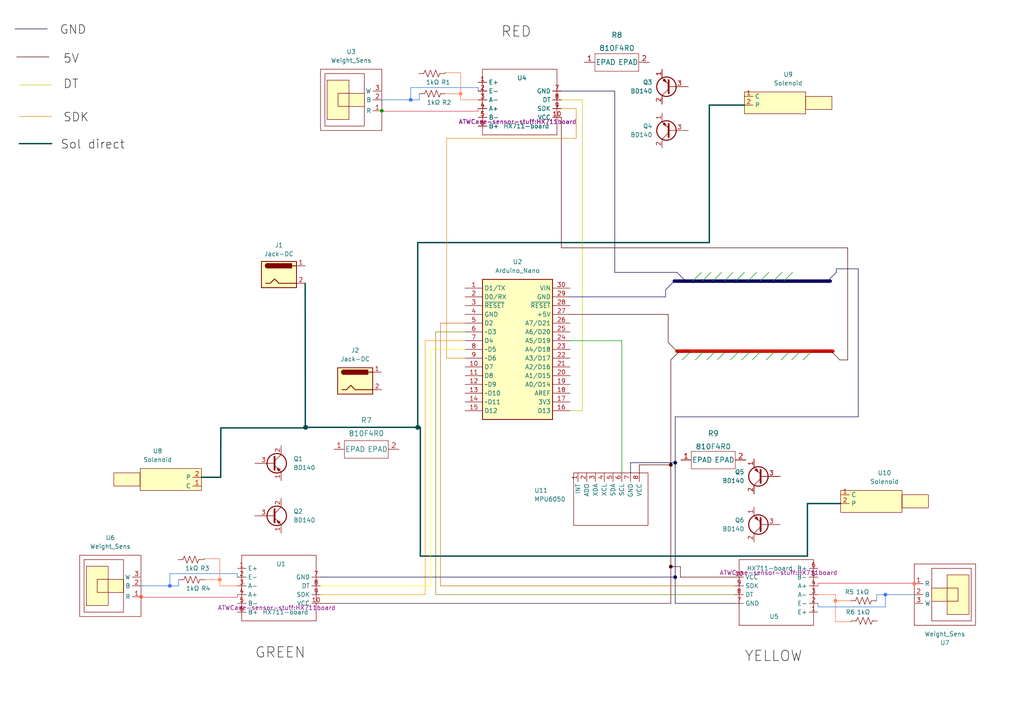
<source format=kicad_sch>
(kicad_sch (version 20211123) (generator eeschema)
  (paper "A4")
  (title_block (date "jeu. 02 avril 2015"))
  (lib_symbols
    (symbol "2022-04-19_17-41-38:810F4R0" (pin_names (offset 0.254))
      (property "Reference" "R" (at 13.97 11.43 0))
      (property "Value" "810F4R0" (at 15.24 7.62 0))
      (symbol "810F4R0_1_1"
        (polyline (pts (xy 7.62 -2.54) (xy 20.32 -2.54)) (stroke (width 0.127)))
        (polyline (pts (xy 7.62 2.54) (xy 7.62 -2.54)) (stroke (width 0.127)))
        (polyline (pts (xy 20.32 -2.54) (xy 20.32 2.54)) (stroke (width 0.127)))
        (polyline (pts (xy 20.32 2.54) (xy 7.62 2.54)) (stroke (width 0.127)))
        (pin unspecified line (at 4.572 0.0508 0) (length 3) (name "EPAD") (number "1"))
        (pin unspecified line (at 23.4188 0.0508 180) (length 3) (name "EPAD") (number "2"))
      )
    )
    (symbol "ATWSensors+stuff:HX711-board"
      (property "Reference" "U" (at -1.27 5.08 0))
      (property "Value" "HX711-board" (at 0 13.97 0))
      (symbol "HX711-board_0_1"
        (rectangle (start -11.43 16.51) (end 10.16 -2.54))
      )
      (symbol "HX711-board_1_1"
        (pin passive line (at -12.7 12.7 0) (length 2.54) (name "E+") (number "1"))
        (pin passive line (at 11.43 2.54 180) (length 2.54) (name "VCC") (number "10"))
        (pin passive line (at -12.7 10.16 0) (length 2.54) (name "E-") (number "2"))
        (pin passive line (at -12.7 7.62 0) (length 2.54) (name "A-") (number "3"))
        (pin passive line (at -12.7 5.08 0) (length 2.54) (name "A+") (number "4"))
        (pin passive line (at -12.7 2.54 0) (length 2.54) (name "B-") (number "5"))
        (pin passive line (at -12.7 0 0) (length 2.54) (name "B+") (number "6"))
        (pin passive line (at 11.43 10.16 180) (length 2.54) (name "GND") (number "7"))
        (pin passive line (at 11.43 7.62 180) (length 2.54) (name "DT") (number "8"))
        (pin passive line (at 11.43 5.08 180) (length 2.54) (name "SDK") (number "9"))
      )
    )
    (symbol "ATWSensors+stuff:MPU6050"
      (property "Reference" "U" (at 11.43 3.81 0))
      (property "Value" "MPU6050" (at 11.43 12.7 90))
      (symbol "MPU6050_0_1"
        (rectangle (start 0 21.59) (end 15.24 0))
      )
      (symbol "MPU6050_1_1"
        (pin passive line (at 0 1.27 0) (length 2.54) (name "INT") (number "1"))
        (pin passive line (at 0 3.81 0) (length 2.54) (name "ADO") (number "2"))
        (pin passive line (at 0 6.35 0) (length 2.54) (name "XDA") (number "3"))
        (pin passive line (at 0 8.89 0) (length 2.54) (name "XCL") (number "4"))
        (pin passive line (at 0 11.43 0) (length 2.54) (name "SDA") (number "5"))
        (pin passive line (at 0 13.97 0) (length 2.54) (name "SCL") (number "6"))
        (pin passive line (at 0 16.51 0) (length 2.54) (name "GND") (number "7"))
        (pin passive line (at 0 19.05 0) (length 2.54) (name "VCC") (number "8"))
      )
    )
    (symbol "ATWSensors+stuff:Solenoid"
      (property "Reference" "U" (at -2.54 7.62 0))
      (property "Value" "Solenoid" (at -8.89 7.62 0))
      (symbol "Solenoid_0_1"
        (rectangle (start -17.78 10.16) (end 0 3.81) (fill (type background)))
        (rectangle (start 0 8.89) (end 7.62 5.08) (fill (type background)))
      )
      (symbol "Solenoid_1_1"
        (pin passive line (at -17.78 8.89 0) (length 2.54) (name "C") (number "1"))
        (pin passive line (at -17.78 6.35 0) (length 2.54) (name "P") (number "2"))
      )
    )
    (symbol "ATWSensors+stuff:Weight_Sens"
      (property "Reference" "U" (at 21.59 16.51 0))
      (property "Value" "Weight_Sens" (at 11.43 8.89 0))
      (symbol "Weight_Sens_0_1"
        (rectangle (start 0 17.78) (end 17.78 0))
        (rectangle (start 5.08 10.795) (end 12.7 6.985) (fill (type background)))
        (rectangle (start 5.08 16.51) (end 16.51 1.27))
        (rectangle (start 9.525 14.605) (end 15.875 3.175) (fill (type background)))
      )
      (symbol "Weight_Sens_1_1"
        (pin passive line (at 0 12.065 0) (length 2.54) (name "R") (number "1"))
        (pin passive line (at 0 8.89 0) (length 2.54) (name "B") (number "2"))
        (pin passive line (at 0 6.35 0) (length 2.54) (name "W") (number "3"))
      )
    )
    (symbol "Arduino:Arduino_Nano"
      (property "Reference" "U" (at -10.16 24.13 0))
      (property "Value" "Arduino_Nano" (at -10.16 22.86 0))
      (symbol "Arduino_Nano_0_1"
        (rectangle (start -10.16 20.32) (end 10.16 -20.32) (stroke (width 0.254)) (fill (type background)))
      )
      (symbol "Arduino_Nano_1_1"
        (pin bidirectional line (at -15.24 17.78 0) (length 5.08) (name "D1/TX") (number "1"))
        (pin bidirectional line (at -15.24 -5.08 0) (length 5.08) (name "D7") (number "10"))
        (pin bidirectional line (at -15.24 -7.62 0) (length 5.08) (name "D8") (number "11"))
        (pin bidirectional line (at -15.24 -10.16 0) (length 5.08) (name "~D9") (number "12"))
        (pin bidirectional line (at -15.24 -12.7 0) (length 5.08) (name "~D10") (number "13"))
        (pin bidirectional line (at -15.24 -15.24 0) (length 5.08) (name "~D11") (number "14"))
        (pin bidirectional line (at -15.24 -17.78 0) (length 5.08) (name "D12") (number "15"))
        (pin bidirectional line (at 15.24 -17.78 180) (length 5.08) (name "D13") (number "16"))
        (pin power_out line (at 15.24 -15.24 180) (length 5.08) (name "3V3") (number "17"))
        (pin input line (at 15.24 -12.7 180) (length 5.08) (name "AREF") (number "18"))
        (pin bidirectional line (at 15.24 -10.16 180) (length 5.08) (name "A0/D14") (number "19"))
        (pin bidirectional line (at -15.24 15.24 0) (length 5.08) (name "D0/RX") (number "2"))
        (pin bidirectional line (at 15.24 -7.62 180) (length 5.08) (name "A1/D15") (number "20"))
        (pin bidirectional line (at 15.24 -5.08 180) (length 5.08) (name "A2/D16") (number "21"))
        (pin bidirectional line (at 15.24 -2.54 180) (length 5.08) (name "A3/D17") (number "22"))
        (pin bidirectional line (at 15.24 0 180) (length 5.08) (name "A4/D18") (number "23"))
        (pin bidirectional line (at 15.24 2.54 180) (length 5.08) (name "A5/D19") (number "24"))
        (pin bidirectional line (at 15.24 5.08 180) (length 5.08) (name "A6/D20") (number "25"))
        (pin bidirectional line (at 15.24 7.62 180) (length 5.08) (name "A7/D21") (number "26"))
        (pin power_out line (at 15.24 10.16 180) (length 5.08) (name "+5V") (number "27"))
        (pin input line (at 15.24 12.7 180) (length 5.08) (name "~{RESET}") (number "28"))
        (pin power_in line (at 15.24 15.24 180) (length 5.08) (name "GND") (number "29"))
        (pin input line (at -15.24 12.7 0) (length 5.08) (name "~{RESET}") (number "3"))
        (pin power_in line (at 15.24 17.78 180) (length 5.08) (name "VIN") (number "30"))
        (pin power_in line (at -15.24 10.16 0) (length 5.08) (name "GND") (number "4"))
        (pin bidirectional line (at -15.24 7.62 0) (length 5.08) (name "D2") (number "5"))
        (pin bidirectional line (at -15.24 5.08 0) (length 5.08) (name "~D3") (number "6"))
        (pin bidirectional line (at -15.24 2.54 0) (length 5.08) (name "D4") (number "7"))
        (pin bidirectional line (at -15.24 0 0) (length 5.08) (name "~D5") (number "8"))
        (pin bidirectional line (at -15.24 -2.54 0) (length 5.08) (name "~D6") (number "9"))
      )
    )
    (symbol "Connector:Jack-DC" (pin_names (offset 1.016))
      (property "Reference" "J" (at 0 5.334 0))
      (property "Value" "Jack-DC" (at 0 -5.08 0))
      (symbol "Jack-DC_0_1"
        (rectangle (start -5.08 3.81) (end 5.08 -3.81) (stroke (width 0.254)) (fill (type background)))
        (arc (start -3.302 3.175) (mid -3.937 2.54) (end -3.302 1.905) (stroke (width 0.254)))
        (arc (start -3.302 3.175) (mid -3.937 2.54) (end -3.302 1.905) (stroke (width 0.254)) (fill (type outline)))
        (polyline (pts (xy 5.08 2.54) (xy 3.81 2.54)) (stroke (width 0.254)))
        (polyline (pts (xy -3.81 -2.54) (xy -2.54 -2.54) (xy -1.27 -1.27) (xy 0 -2.54) (xy 2.54 -2.54) (xy 5.08 -2.54)) (stroke (width 0.254)))
        (rectangle (start 3.683 3.175) (end -3.302 1.905) (stroke (width 0.254)) (fill (type outline)))
      )
      (symbol "Jack-DC_1_1"
        (pin passive line (at 7.62 2.54 180) (length 2.54) (name "~") (number "1"))
        (pin passive line (at 7.62 -2.54 180) (length 2.54) (name "~") (number "2"))
      )
    )
    (symbol "Device:R_US" (pin_numbers hide) (pin_names (offset 0))
      (property "Reference" "R" (at 2.54 0 90))
      (property "Value" "R_US" (at -2.54 0 90))
      (symbol "R_US_0_1"
        (polyline (pts (xy 0 -2.286) (xy 0 -2.54)))
        (polyline (pts (xy 0 2.286) (xy 0 2.54)))
        (polyline (pts (xy 0 -0.762) (xy 1.016 -1.143) (xy 0 -1.524) (xy -1.016 -1.905) (xy 0 -2.286)))
        (polyline (pts (xy 0 0.762) (xy 1.016 0.381) (xy 0 0) (xy -1.016 -0.381) (xy 0 -0.762)))
        (polyline (pts (xy 0 2.286) (xy 1.016 1.905) (xy 0 1.524) (xy -1.016 1.143) (xy 0 0.762)))
      )
      (symbol "R_US_1_1"
        (pin passive line (at 0 3.81 270) (length 1.27) (name "~") (number "1"))
        (pin passive line (at 0 -3.81 90) (length 1.27) (name "~") (number "2"))
      )
    )
    (symbol "HX711-board_1"
      (property "Reference" "U" (at -1.27 5.08 0))
      (property "Value" "HX711-board_1" (at 0 13.97 0))
      (symbol "HX711-board_1_0_1"
        (rectangle (start -11.43 16.51) (end 10.16 -2.54))
      )
      (symbol "HX711-board_1_1_1"
        (pin passive line (at -12.7 12.7 0) (length 2.54) (name "E+") (number "1"))
        (pin bidirectional line (at 11.43 2.54 180) (length 2.54) (name "VCC") (number "10"))
        (pin passive line (at -12.7 10.16 0) (length 2.54) (name "E-") (number "2"))
        (pin bidirectional line (at -12.7 7.62 0) (length 2.54) (name "A-") (number "3"))
        (pin passive line (at -12.7 5.08 0) (length 2.54) (name "A+") (number "4"))
        (pin passive line (at -12.7 2.54 0) (length 2.54) (name "B-") (number "5"))
        (pin passive line (at -12.7 0 0) (length 2.54) (name "B+") (number "6"))
        (pin bidirectional line (at 11.43 10.16 180) (length 2.54) (name "GND") (number "7"))
        (pin passive line (at 11.43 7.62 180) (length 2.54) (name "DT") (number "8"))
        (pin passive line (at 11.43 5.08 180) (length 2.54) (name "SDK") (number "9"))
      )
    )
    (symbol "HX711-board_2"
      (property "Reference" "U" (at -1.27 5.08 0))
      (property "Value" "HX711-board_2" (at 0 13.97 0))
      (symbol "HX711-board_2_0_1"
        (rectangle (start -11.43 16.51) (end 10.16 -2.54))
      )
      (symbol "HX711-board_2_1_1"
        (pin passive line (at -12.7 12.7 0) (length 2.54) (name "E+") (number "1"))
        (pin passive line (at 11.43 2.54 180) (length 2.54) (name "VCC") (number "10"))
        (pin passive line (at -12.7 10.16 0) (length 2.54) (name "E-") (number "2"))
        (pin passive line (at -12.7 7.62 0) (length 2.54) (name "A-") (number "3"))
        (pin passive line (at -12.7 5.08 0) (length 2.54) (name "A+") (number "4"))
        (pin passive line (at -12.7 2.54 0) (length 2.54) (name "B-") (number "5"))
        (pin passive line (at -12.7 0 0) (length 2.54) (name "B+") (number "6"))
        (pin passive line (at 11.43 10.16 180) (length 2.54) (name "GND") (number "7"))
        (pin passive line (at 11.43 7.62 180) (length 2.54) (name "DT") (number "8"))
        (pin passive line (at 11.43 5.08 180) (length 2.54) (name "SDK") (number "9"))
      )
    )
    (symbol "Solenoid_1"
      (property "Reference" "U" (at -2.54 7.62 0))
      (property "Value" "Solenoid_1" (at -8.89 7.62 0))
      (symbol "Solenoid_1_0_1"
        (rectangle (start -17.78 10.16) (end 0 3.81) (fill (type background)))
        (rectangle (start 0 8.89) (end 7.62 5.08) (fill (type background)))
      )
      (symbol "Solenoid_1_1_1"
        (pin passive line (at -17.78 8.89 0) (length 2.54) (name "C") (number "1"))
        (pin passive line (at -17.78 6.35 0) (length 2.54) (name "P") (number "2"))
      )
    )
    (symbol "Solenoid_2"
      (property "Reference" "U" (at -2.54 7.62 0))
      (property "Value" "Solenoid_2" (at -8.89 7.62 0))
      (symbol "Solenoid_2_0_1"
        (rectangle (start -17.78 10.16) (end 0 3.81) (fill (type background)))
        (rectangle (start 0 8.89) (end 7.62 5.08) (fill (type background)))
      )
      (symbol "Solenoid_2_1_1"
        (pin passive line (at -17.78 8.89 0) (length 2.54) (name "C") (number "1"))
        (pin passive line (at -17.78 6.35 0) (length 2.54) (name "P") (number "2"))
      )
    )
    (symbol "Transistor_BJT:BD140" (pin_names (offset 0) hide)
      (property "Reference" "Q" (at 5.08 1.905 0))
      (property "Value" "BD140" (at 5.08 0 0))
      (symbol "BD140_0_1"
        (polyline (pts (xy 0 0) (xy 0.635 0)))
        (polyline (pts (xy 2.54 -2.54) (xy 0.635 -0.635)))
        (polyline (pts (xy 2.54 2.54) (xy 0.635 0.635)))
        (polyline (pts (xy 0.635 1.905) (xy 0.635 -1.905) (xy 0.635 -1.905)) (stroke (width 0.508)) (fill (type outline)))
        (polyline (pts (xy 1.778 -2.286) (xy 2.286 -1.778) (xy 1.27 -1.27) (xy 1.778 -2.286) (xy 1.778 -2.286)) (fill (type outline)))
        (circle (center 1.27 0) (radius 2.8194) (stroke (width 0.3048)))
      )
      (symbol "BD140_1_1"
        (pin passive line (at 2.54 -5.08 90) (length 2.54) (name "E") (number "1"))
        (pin passive line (at 2.54 5.08 270) (length 2.54) (name "C") (number "2"))
        (pin input line (at -5.08 0 0) (length 5.08) (name "B") (number "3"))
      )
    )
  )
  (junction (at 119.126 21.336) (color 251 253 255 1))
  (junction (at 265.176 169.291) (color 255 111 81 1))
  (junction (at 242.316 174.244) (color 255 132 87 1))
  (junction (at 119.126 28.956) (color 59 107 255 1))
  (junction (at 256.794 180.086) (color 251 253 255 1))
  (junction (at 133.604 27.178) (color 255 132 87 1))
  (junction (at 49.276 169.926) (color 59 107 255 1))
  (junction (at 88.646 123.952) (diameter 1.25) (color 0 72 72 1))
  (junction (at 40.894 173.101) (color 252 79 62 1))
  (junction (at 110.744 32.131))
  (junction (at 194.564 164.338) (color 72 0 0 1))
  (junction (at 63.754 168.148) (color 255 132 87 1))
  (junction (at 121.158 123.952) (diameter 1.25) (color 0 72 72 1))
  (junction (at 195.834 167.386) (color 0 0 72 1))
  (junction (at 49.276 162.306) (color 251 253 255 1))
  (junction (at 195.834 134.2136) (color 0 0 72 1))
  (junction (at 194.564 134.8232) (color 72 0 0 1))
  (junction (at 256.794 172.466) (color 59 107 255 1))
  (bus_entry (at 240.03 81.534) (size 2.54 -2.54) (stroke (width 0) (color 0 0 72 1)))
  (bus_entry (at 195.58 81.534) (size -2.54 2.54) (stroke (width 0) (color 14 0 100 1)))
  (bus_entry (at 196.342 101.854) (size -2.54 -2.54) (stroke (width 0) (color 72 0 0 1)))
  (bus_entry (at 210.058 81.534) (size 2.54 -2.54))
  (bus_entry (at 206.756 81.534) (size 2.54 -2.54))
  (bus_entry (at 203.708 81.534) (size 2.54 -2.54))
  (bus_entry (at 198.882 81.534) (size -2.54 -2.54) (stroke (width 0) (color 0 0 72 1)))
  (bus_entry (at 220.472 81.534) (size 2.54 -2.54))
  (bus_entry (at 227.33 81.534) (size 2.54 -2.54))
  (bus_entry (at 224.282 81.534) (size 2.54 -2.54))
  (bus_entry (at 197.104 101.854) (size -2.54 2.54) (stroke (width 0) (color 72 0 0 1)))
  (bus_entry (at 204.216 101.854) (size -2.54 2.54))
  (bus_entry (at 207.518 101.854) (size -2.54 2.54))
  (bus_entry (at 214.376 101.854) (size -2.54 2.54))
  (bus_entry (at 235.458 101.854) (size -2.54 2.54))
  (bus_entry (at 229.108 101.854) (size -2.54 2.54))
  (bus_entry (at 232.156 101.854) (size -2.54 2.54))
  (bus_entry (at 224.79 101.854) (size -2.54 2.54))
  (bus_entry (at 217.678 101.854) (size -2.54 2.54))
  (bus_entry (at 216.916 81.534) (size 2.54 -2.54))
  (bus_entry (at 213.36 81.534) (size 2.54 -2.54))
  (bus_entry (at 200.406 101.854) (size -2.54 2.54))
  (bus_entry (at 210.566 101.854) (size -2.54 2.54))
  (bus_entry (at 220.726 101.854) (size -2.54 2.54))
  (bus_entry (at 200.914 81.534) (size 2.54 -2.54))
  (bus_entry (at 241.046 101.854) (size 2.54 2.54) (stroke (width 0) (color 72 0 0 1)))
  (wire (pts (xy 59.436 162.052) (xy 59.182 162.052)))
  (wire (pts (xy 256.794 180.086) (xy 254.508 180.086)) (stroke (width 0) (color 251 255 253 1)))
  (wire (pts (xy 92.964 167.386) (xy 195.834 167.386)) (stroke (width 0) (color 0 0 72 1)))
  (wire (pts (xy 195.834 134.2136) (xy 195.834 167.386)) (stroke (width 0) (color 0 0 72 1)))
  (bus (pts (xy 220.726 101.854) (xy 224.79 101.854)) (stroke (width 1) (color 203 16 0 1)))
  (bus (pts (xy 210.058 81.534) (xy 213.36 81.534)) (stroke (width 1) (color 3 3 89 1)))
  (wire (pts (xy 123.317 172.466) (xy 123.317 98.806)) (stroke (width 0) (color 255 153 0 1)))
  (wire (pts (xy 180.34 137.16) (xy 180.34 98.806)))
  (wire (pts (xy 40.894 173.228) (xy 68.834 173.228)) (stroke (width 0) (color 221 48 76 1)))
  (wire (pts (xy 245.872 71.882) (xy 245.872 104.394)) (stroke (width 0) (color 72 0 0 1)))
  (wire (pts (xy 133.604 27.178) (xy 133.604 28.956)) (stroke (width 0) (color 255 111 68 1)))
  (wire (pts (xy 63.754 162.052) (xy 63.754 168.148)) (stroke (width 0) (color 255 111 68 1)))
  (wire (pts (xy 178.308 26.416) (xy 178.308 78.994)) (stroke (width 0) (color 0 0 72 1)))
  (wire (pts (xy 254.254 172.466) (xy 254.254 174.244)) (stroke (width 0) (color 41 114 214 1)))
  (wire (pts (xy 121.158 70.358) (xy 121.158 123.952)) (stroke (width 0.4) (color 0 72 72 1)))
  (wire (pts (xy 63.754 168.148) (xy 63.754 169.926)) (stroke (width 0) (color 255 111 68 1)))
  (wire (pts (xy 246.634 174.244) (xy 242.316 174.244)) (stroke (width 0) (color 255 111 68 1)))
  (wire (pts (xy 59.436 162.052) (xy 63.754 162.052)) (stroke (width 0) (color 255 111 68 1)))
  (wire (pts (xy 58.42 138.43) (xy 64.008 138.43)) (stroke (width 0.4) (color 0 72 72 1)))
  (wire (pts (xy 123.317 98.806) (xy 134.874 98.806)) (stroke (width 0) (color 255 153 0 1)))
  (wire (pts (xy 51.816 169.926) (xy 51.816 168.148)) (stroke (width 0) (color 41 114 214 1)))
  (wire (pts (xy 162.814 28.956) (xy 168.91 28.956)) (stroke (width 0) (color 194 194 0 1)))
  (bus (pts (xy 216.916 81.534) (xy 220.472 81.534)) (stroke (width 1) (color 3 3 89 1)))
  (wire (pts (xy 134.874 93.726) (xy 127.762 93.726)) (stroke (width 0) (color 204 102 0 1)))
  (wire (pts (xy 234.188 146.05) (xy 234.188 161.29)) (stroke (width 0.4) (color 0 72 72 1)))
  (wire (pts (xy 121.158 123.952) (xy 88.646 123.952)) (stroke (width 0.4) (color 0 72 72 1)))
  (wire (pts (xy 237.236 182.118) (xy 256.794 182.118)) (stroke (width 0) (color 251 255 253 1)))
  (wire (pts (xy 168.91 119.126) (xy 165.354 119.126)) (stroke (width 0) (color 194 194 0 1)))
  (wire (pts (xy 63.754 169.926) (xy 68.834 169.926)) (stroke (width 0) (color 255 111 68 1)))
  (wire (pts (xy 197.358 167.386) (xy 197.358 164.338)) (stroke (width 0) (color 72 0 0 1)))
  (bus (pts (xy 220.472 81.534) (xy 224.282 81.534)) (stroke (width 1) (color 3 3 89 1)))
  (wire (pts (xy 119.126 28.956) (xy 121.666 28.956)) (stroke (width 0) (color 41 114 214 1)))
  (bus (pts (xy 224.282 81.534) (xy 227.33 81.534)) (stroke (width 1) (color 3 3 89 1)))
  (wire (pts (xy 213.106 167.386) (xy 197.358 167.386)) (stroke (width 0) (color 72 0 0 1)))
  (bus (pts (xy 232.156 101.854) (xy 235.458 101.854)) (stroke (width 1) (color 203 16 0 1)))
  (wire (pts (xy 121.92 123.952) (xy 121.158 123.952)) (stroke (width 0.4) (color 0 72 72 1)))
  (wire (pts (xy 110.744 26.416) (xy 116.078 26.416)) (stroke (width 0) (color 251 255 253 1)))
  (wire (pts (xy 162.814 26.416) (xy 178.308 26.416)) (stroke (width 0) (color 0 0 72 1)))
  (wire (pts (xy 119.126 25.4) (xy 138.684 25.4)) (stroke (width 0) (color 41 114 214 1)))
  (wire (pts (xy 49.276 169.926) (xy 51.816 169.926)) (stroke (width 0) (color 41 114 214 1)))
  (wire (pts (xy 68.834 166.37) (xy 68.834 167.386)) (stroke (width 0) (color 41 114 214 1)))
  (wire (pts (xy 127.762 169.926) (xy 213.106 169.926)) (stroke (width 0) (color 204 102 0 1)))
  (wire (pts (xy 168.91 28.956) (xy 168.91 119.126)) (stroke (width 0) (color 194 194 0 1)))
  (wire (pts (xy 49.276 166.37) (xy 68.834 166.37)) (stroke (width 0) (color 41 114 214 1)))
  (wire (pts (xy 243.84 146.05) (xy 234.188 146.05)) (stroke (width 0.4) (color 0 72 72 1)))
  (wire (pts (xy 162.814 71.882) (xy 245.872 71.882)) (stroke (width 0) (color 72 0 0 1)))
  (bus (pts (xy 224.79 101.854) (xy 229.108 101.854)) (stroke (width 1) (color 203 16 0 1)))
  (wire (pts (xy 256.794 172.466) (xy 256.794 176.022)) (stroke (width 0) (color 41 114 214 1)))
  (wire (pts (xy 59.436 168.148) (xy 63.754 168.148)) (stroke (width 0) (color 255 111 68 1)))
  (wire (pts (xy 126.365 96.266) (xy 126.365 172.466)) (stroke (width 0) (color 132 132 0 1)))
  (wire (pts (xy 116.078 26.416) (xy 116.078 21.336)) (stroke (width 0) (color 251 255 253 1)))
  (wire (pts (xy 5.588 41.656) (xy 14.986 41.656)) (stroke (width 0.4) (color 0 72 72 1)))
  (wire (pts (xy 138.684 19.304) (xy 119.126 19.304)) (stroke (width 0) (color 251 255 253 1)))
  (wire (pts (xy 256.794 172.466) (xy 254.254 172.466)) (stroke (width 0) (color 41 114 214 1)))
  (bus (pts (xy 196.342 101.854) (xy 197.104 101.854)) (stroke (width 1) (color 203 16 0 1)))
  (bus (pts (xy 235.458 101.854) (xy 241.046 101.854)) (stroke (width 1) (color 194 0 0 1)))
  (wire (pts (xy 246.634 180.34) (xy 242.316 180.34)) (stroke (width 0) (color 255 111 68 1)))
  (wire (pts (xy 265.176 169.164) (xy 237.236 169.164)) (stroke (width 0) (color 221 48 76 1)))
  (wire (pts (xy 40.894 169.926) (xy 49.276 169.926)) (stroke (width 0) (color 41 114 214 1)))
  (wire (pts (xy 205.74 70.358) (xy 121.158 70.358)) (stroke (width 0.4) (color 0 72 72 1)))
  (wire (pts (xy 126.365 96.266) (xy 134.874 96.266)) (stroke (width 0) (color 132 132 0 1)))
  (wire (pts (xy 119.126 28.956) (xy 119.126 25.4)) (stroke (width 0) (color 41 114 214 1)))
  (wire (pts (xy 213.106 172.466) (xy 126.365 172.466)) (stroke (width 0) (color 132 132 0 1)))
  (wire (pts (xy 68.834 173.228) (xy 68.834 172.466)) (stroke (width 0) (color 221 48 76 1)))
  (wire (pts (xy 246.888 180.34) (xy 246.888 180.086)))
  (wire (pts (xy 182.88 134.2136) (xy 195.834 134.2136)) (stroke (width 0) (color 0 0 72 1)))
  (bus (pts (xy 213.36 81.534) (xy 216.916 81.534)) (stroke (width 1) (color 3 3 89 1)))
  (wire (pts (xy 127.762 93.726) (xy 127.762 169.926)) (stroke (width 0) (color 204 102 0 1)))
  (bus (pts (xy 198.882 81.534) (xy 200.914 81.534)) (stroke (width 1) (color 3 3 89 1)))
  (wire (pts (xy 215.9 30.48) (xy 205.74 30.48)) (stroke (width 0.4) (color 0 72 72 1)))
  (wire (pts (xy 129.286 21.082) (xy 133.604 21.082)) (stroke (width 0) (color 255 111 68 1)))
  (wire (pts (xy 194.564 134.8232) (xy 194.564 104.394)) (stroke (width 0) (color 72 0 0 1)))
  (bus (pts (xy 207.518 101.854) (xy 210.566 101.854)) (stroke (width 1) (color 203 16 0 1)))
  (wire (pts (xy 64.0491 124.1147) (xy 64.008 138.43)) (stroke (width 0.4) (color 0 72 72 1)))
  (wire (pts (xy 133.604 28.956) (xy 138.684 28.956)) (stroke (width 0) (color 255 111 68 1)))
  (wire (pts (xy 92.964 172.466) (xy 123.317 172.466)) (stroke (width 0) (color 255 153 0 1)))
  (bus (pts (xy 200.406 101.854) (xy 204.216 101.854)) (stroke (width 1) (color 203 16 0 1)))
  (wire (pts (xy 129.032 21.082) (xy 129.032 21.336)))
  (wire (pts (xy 242.316 180.34) (xy 242.316 174.244)) (stroke (width 0) (color 255 111 68 1)))
  (wire (pts (xy 245.872 104.394) (xy 243.586 104.394)) (stroke (width 0) (color 72 0 0 1)))
  (wire (pts (xy 178.308 78.994) (xy 196.342 78.994)) (stroke (width 0) (color 0 0 72 1)))
  (wire (pts (xy 180.34 98.806) (xy 165.354 98.806)))
  (wire (pts (xy 5.588 24.638) (xy 14.986 24.638)) (stroke (width 0) (color 194 194 0 1)))
  (wire (pts (xy 237.236 177.546) (xy 237.236 182.118)) (stroke (width 0) (color 251 255 253 1)))
  (wire (pts (xy 246.634 180.34) (xy 246.888 180.34)))
  (wire (pts (xy 193.802 99.314) (xy 193.802 91.186)) (stroke (width 0) (color 72 0 0 1)))
  (wire (pts (xy 193.04 84.074) (xy 193.04 86.106)) (stroke (width 0) (color 14 0 100 1)))
  (wire (pts (xy 119.126 21.336) (xy 121.412 21.336)) (stroke (width 0) (color 251 255 253 1)))
  (wire (pts (xy 248.92 77.978) (xy 242.57 77.978)) (stroke (width 0) (color 0 0 72 1)))
  (wire (pts (xy 129.54 103.886) (xy 134.874 103.886)) (stroke (width 0) (color 221 133 0 1)))
  (wire (pts (xy 68.834 164.846) (xy 68.834 160.274)) (stroke (width 0) (color 251 255 253 1)))
  (wire (pts (xy 119.126 19.304) (xy 119.126 21.336)) (stroke (width 0) (color 251 255 253 1)))
  (wire (pts (xy 259.842 180.086) (xy 256.794 180.086)) (stroke (width 0) (color 251 255 253 1)))
  (wire (pts (xy 237.236 169.164) (xy 237.236 169.926)) (stroke (width 0) (color 221 48 76 1)))
  (bus (pts (xy 197.104 101.854) (xy 200.406 101.854)) (stroke (width 1) (color 194 0 0 1)))
  (bus (pts (xy 227.33 81.534) (xy 240.03 81.534)) (stroke (width 1) (color 3 3 89 1)))
  (wire (pts (xy 68.834 160.274) (xy 49.276 160.274)) (stroke (width 0) (color 251 255 253 1)))
  (bus (pts (xy 214.376 101.854) (xy 217.678 101.854)) (stroke (width 1) (color 203 16 0 1)))
  (wire (pts (xy 242.316 172.466) (xy 237.236 172.466)) (stroke (width 0) (color 255 111 68 1)))
  (wire (pts (xy 259.842 175.006) (xy 259.842 180.086)) (stroke (width 0) (color 251 255 253 1)))
  (wire (pts (xy 234.188 161.29) (xy 121.92 161.29)) (stroke (width 0.4) (color 0 72 72 1)))
  (wire (pts (xy 256.794 182.118) (xy 256.794 180.086)) (stroke (width 0) (color 251 255 253 1)))
  (wire (pts (xy 110.744 28.956) (xy 119.126 28.956)) (stroke (width 0) (color 41 114 214 1)))
  (wire (pts (xy 129.286 27.178) (xy 133.604 27.178)) (stroke (width 0) (color 255 111 68 1)))
  (wire (pts (xy 4.318 8.382) (xy 13.716 8.382)) (stroke (width 0) (color 0 0 72 1)))
  (wire (pts (xy 138.684 32.258) (xy 138.684 31.496)) (stroke (width 0) (color 221 48 76 1)))
  (wire (pts (xy 116.078 21.336) (xy 119.126 21.336)) (stroke (width 0) (color 251 255 253 1)))
  (bus (pts (xy 217.678 101.854) (xy 220.726 101.854)) (stroke (width 1) (color 203 16 0 1)))
  (wire (pts (xy 242.316 174.244) (xy 242.316 172.466)) (stroke (width 0) (color 255 111 68 1)))
  (wire (pts (xy 194.564 175.006) (xy 194.564 164.338)) (stroke (width 0) (color 72 0 0 1)))
  (bus (pts (xy 203.708 81.534) (xy 206.756 81.534)) (stroke (width 1) (color 3 3 89 1)))
  (wire (pts (xy 134.874 101.346) (xy 124.841 101.346)) (stroke (width 0) (color 255 255 0 1)))
  (wire (pts (xy 185.42 137.16) (xy 185.42 134.8232)) (stroke (width 0) (color 72 0 0 1)))
  (wire (pts (xy 193.802 91.186) (xy 165.354 91.186)) (stroke (width 0) (color 72 0 0 1)))
  (wire (pts (xy 195.834 120.904) (xy 195.834 134.2136)) (stroke (width 0) (color 0 0 72 1)))
  (wire (pts (xy 88.519 82.169) (xy 88.5601 124.1147)) (stroke (width 0.4) (color 0 72 72 1)))
  (wire (pts (xy 46.228 167.386) (xy 46.228 162.306)) (stroke (width 0) (color 251 255 253 1)))
  (wire (pts (xy 129.286 21.082) (xy 129.032 21.082)))
  (bus (pts (xy 195.58 81.534) (xy 198.882 81.534)) (stroke (width 1) (color 3 3 89 1)))
  (wire (pts (xy 92.964 175.006) (xy 194.564 175.006)) (stroke (width 0) (color 72 0 0 1)))
  (wire (pts (xy 88.5601 124.1147) (xy 64.0491 124.1147)) (stroke (width 0.4) (color 0 72 72 1)))
  (wire (pts (xy 167.132 40.132) (xy 129.54 40.132)) (stroke (width 0) (color 221 133 0 1)))
  (wire (pts (xy 110.744 32.258) (xy 138.684 32.258)) (stroke (width 0) (color 221 48 76 1)))
  (wire (pts (xy 237.236 176.022) (xy 237.236 175.006)) (stroke (width 0) (color 41 114 214 1)))
  (wire (pts (xy 129.54 40.132) (xy 129.54 103.886)) (stroke (width 0) (color 221 133 0 1)))
  (wire (pts (xy 121.666 28.956) (xy 121.666 27.178)) (stroke (width 0) (color 41 114 214 1)))
  (wire (pts (xy 49.276 160.274) (xy 49.276 162.306)) (stroke (width 0) (color 251 255 253 1)))
  (wire (pts (xy 49.276 162.306) (xy 51.562 162.306)) (stroke (width 0) (color 251 255 253 1)))
  (wire (pts (xy 195.834 120.904) (xy 248.92 120.904)) (stroke (width 0) (color 0 0 72 1)))
  (bus (pts (xy 240.03 81.534) (xy 240.792 81.534)) (stroke (width 1) (color 3 3 89 1)))
  (wire (pts (xy 162.814 34.036) (xy 162.814 71.882)) (stroke (width 0) (color 72 0 0 1)))
  (wire (pts (xy 248.92 77.978) (xy 248.92 120.904)) (stroke (width 0) (color 0 0 72 1)))
  (wire (pts (xy 5.588 33.782) (xy 14.986 33.782)) (stroke (width 0) (color 221 133 0 1)))
  (wire (pts (xy 138.684 25.4) (xy 138.684 26.416)) (stroke (width 0) (color 41 114 214 1)))
  (bus (pts (xy 210.566 101.854) (xy 214.376 101.854)) (stroke (width 1) (color 203 16 0 1)))
  (wire (pts (xy 138.684 23.876) (xy 138.684 19.304)) (stroke (width 0) (color 251 255 253 1)))
  (bus (pts (xy 204.216 101.854) (xy 207.518 101.854)) (stroke (width 1) (color 203 16 0 1)))
  (wire (pts (xy 265.176 169.164) (xy 265.176 169.291)))
  (bus (pts (xy 200.914 81.534) (xy 203.708 81.534)) (stroke (width 1) (color 3 3 89 1)))
  (wire (pts (xy 124.841 101.346) (xy 124.841 169.926)) (stroke (width 0) (color 255 255 0 1)))
  (wire (pts (xy 256.794 176.022) (xy 237.236 176.022)) (stroke (width 0) (color 41 114 214 1)))
  (wire (pts (xy 182.88 137.16) (xy 182.88 134.2136)) (stroke (width 0) (color 0 0 72 1)))
  (bus (pts (xy 229.108 101.854) (xy 232.156 101.854)) (stroke (width 1) (color 203 16 0 1)))
  (wire (pts (xy 167.132 31.496) (xy 167.132 40.132)) (stroke (width 0) (color 221 133 0 1)))
  (wire (pts (xy 265.176 172.466) (xy 256.794 172.466)) (stroke (width 0) (color 41 114 214 1)))
  (wire (pts (xy 242.57 77.978) (xy 242.57 78.994)) (stroke (width 0) (color 0 0 72 1)))
  (wire (pts (xy 40.894 173.101) (xy 40.894 173.228)))
  (wire (pts (xy 4.826 16.51) (xy 14.224 16.51)) (stroke (width 0) (color 72 0 0 1)))
  (wire (pts (xy 59.182 162.052) (xy 59.182 162.306)))
  (wire (pts (xy 185.42 134.8232) (xy 194.564 134.8232)) (stroke (width 0) (color 72 0 0 1)))
  (wire (pts (xy 162.814 31.496) (xy 167.132 31.496)) (stroke (width 0) (color 221 133 0 1)))
  (wire (pts (xy 40.894 167.386) (xy 46.228 167.386)) (stroke (width 0) (color 251 255 253 1)))
  (wire (pts (xy 49.276 169.926) (xy 49.276 166.37)) (stroke (width 0) (color 41 114 214 1)))
  (wire (pts (xy 197.358 164.338) (xy 194.564 164.338)) (stroke (width 0) (color 72 0 0 1)))
  (wire (pts (xy 124.841 169.926) (xy 92.964 169.926)) (stroke (width 0) (color 255 255 0 1)))
  (bus (pts (xy 241.046 101.854) (xy 241.554 101.854)) (stroke (width 1) (color 203 16 0 1)))
  (wire (pts (xy 46.228 162.306) (xy 49.276 162.306)) (stroke (width 0) (color 251 255 253 1)))
  (wire (pts (xy 121.92 161.29) (xy 121.92 123.952)) (stroke (width 0.4) (color 0 72 72 1)))
  (wire (pts (xy 195.834 167.386) (xy 195.834 175.006)) (stroke (width 0) (color 0 0 72 1)))
  (wire (pts (xy 165.354 86.106) (xy 193.04 86.106)) (stroke (width 0) (color 14 0 100 1)))
  (wire (pts (xy 133.604 21.082) (xy 133.604 27.178)) (stroke (width 0) (color 255 111 68 1)))
  (bus (pts (xy 206.756 81.534) (xy 210.058 81.534)) (stroke (width 1) (color 3 3 89 1)))
  (wire (pts (xy 194.564 164.338) (xy 194.564 134.8232)) (stroke (width 0) (color 72 0 0 1)))
  (wire (pts (xy 265.176 175.006) (xy 259.842 175.006)) (stroke (width 0) (color 251 255 253 1)))
  (wire (pts (xy 213.106 175.006) (xy 195.834 175.006)) (stroke (width 0) (color 0 0 72 1)))
  (wire (pts (xy 205.74 30.48) (xy 205.74 70.358)) (stroke (width 0.4) (color 0 72 72 1)))
  (label "GND" (at 17.272 10.668 0) (effects (font (size 2.5 2.5))))
  (label "DT" (at 18.288 26.416 0) (effects (font (size 2.5 2.5))))
  (label "Sol direct" (at 17.526 43.942 0) (effects (font (size 2.5 2.5))))
  (label "RED" (at 145.288 11.684 0) (effects (font (size 3 3))))
  (label "YELLOW" (at 215.9 192.786 0) (effects (font (size 3 3))))
  (label "SDK" (at 18.288 36.068 0) (effects (font (size 2.5 2.5))))
  (label "5V" (at 18.288 19.05 0) (effects (font (size 2.5 2.5))))
  (label "GREEN" (at 73.914 191.77 0) (effects (font (size 3 3))))
  (symbol (lib_id "Transistor_BJT:BD140") (at 194.564 25.146 180) (unit 1)
    (property "Reference" "Q3" (at 189.23 23.8759 0) (effects (justify left)))
    (property "Value" "BD140" (at 189.23 26.4159 0) (effects (justify left)))
    (property "Footprint" "ATWCane-sensor-stuff:TO-220-3_VerticalHEAT" (effects hide))
    (property "Datasheet" "http://www.st.com/internet/com/TECHNICAL_RESOURCES/TECHNICAL_LITERATURE/DATASHEET/CD00001225.pdf" (effects hide))
  )
  (symbol (lib_id "ATWSensors+stuff:HX711-board") (at 224.536 164.846 180) (unit 1)
    (property "Reference" "U5" (at 224.536 178.816 0))
    (property "Value" "HX711-board" (at 223.266 164.846 0))
    (property "Footprint" "ATWCane-sensor-stuff:HX711board" (at 225.806 166.116 0))
  )
  (symbol (lib_id "Connector:Jack-DC") (at 80.899 79.629 0) (unit 1)
    (property "Reference" "J1" (at 80.899 71.12 0))
    (property "Value" "Jack-DC" (at 80.899 73.66 0))
    (property "Footprint" "Connector_BarrelJack:BarrelJack_Horizontal" (effects hide))
  )
  (symbol (lib_id "Device:R_US") (at 125.222 21.336 90) (unit 1)
    (property "Reference" "R1" (at 129.286 23.876 90))
    (property "Value" "1kΩ" (at 125.476 23.876 90))
    (property "Footprint" "Resistor_THT:R_Axial_DIN0207_L6.3mm_D2.5mm_P2.54mm_Vertical" (effects hide))
  )
  (symbol (lib_id "Transistor_BJT:BD140") (at 194.564 37.846 180) (unit 1)
    (property "Reference" "Q4" (at 189.23 36.5759 0) (effects (justify left)))
    (property "Value" "BD140" (at 189.23 39.1159 0) (effects (justify left)))
    (property "Footprint" "ATWCane-sensor-stuff:TO-220-3_VerticalHEAT" (effects hide))
    (property "Datasheet" "http://www.st.com/internet/com/TECHNICAL_RESOURCES/TECHNICAL_LITERATURE/DATASHEET/CD00001225.pdf" (effects hide))
  )
  (symbol (lib_id "Transistor_BJT:BD140") (at 221.234 138.176 180) (unit 1)
    (property "Reference" "Q5" (at 215.9 136.9059 0) (effects (justify left)))
    (property "Value" "BD140" (at 215.9 139.4459 0) (effects (justify left)))
    (property "Footprint" "ATWCane-sensor-stuff:TO-220-3_VerticalHEAT" (effects hide))
    (property "Datasheet" "http://www.st.com/internet/com/TECHNICAL_RESOURCES/TECHNICAL_LITERATURE/DATASHEET/CD00001225.pdf" (effects hide))
  )
  (symbol (lib_id "ATWSensors+stuff:Weight_Sens") (at 110.744 20.066 180) (unit 1)
    (property "Reference" "U3" (at 101.854 14.986 0))
    (property "Value" "Weight_Sens" (at 101.854 17.526 0))
    (property "Footprint" "Connector_PinHeader_2.54mm:PinHeader_1x03_P2.54mm_Vertical" (effects hide))
  )
  (symbol (lib_id "2022-04-19_17-41-38:810F4R0") (at 92.2782 130.3528 0) (unit 1)
    (property "Reference" "R7" (at 106.2658 121.92 0) (effects (font (size 1.524 1.524))))
    (property "Value" "810F4R0" (at 106.2658 125.73 0) (effects (font (size 1.524 1.524))))
    (property "Footprint" "footprints:810F4R0" (effects hide))
  )
  (symbol (lib_id "Device:R_US") (at 55.626 168.148 90) (unit 1)
    (property "Reference" "R4" (at 59.69 170.688 90))
    (property "Value" "1kΩ" (at 55.88 170.688 90))
    (property "Footprint" "Resistor_THT:R_Axial_DIN0207_L6.3mm_D2.5mm_P2.54mm_Vertical" (effects hide))
  )
  (symbol (lib_id "Transistor_BJT:BD140") (at 78.994 134.366 0) (unit 1)
    (property "Reference" "Q1" (at 85.09 133.0959 0) (effects (justify left)))
    (property "Value" "BD140" (at 85.09 135.6359 0) (effects (justify left)))
    (property "Footprint" "ATWCane-sensor-stuff:TO-220-3_VerticalHEAT" (effects hide))
    (property "Datasheet" "http://www.st.com/internet/com/TECHNICAL_RESOURCES/TECHNICAL_LITERATURE/DATASHEET/CD00001225.pdf" (effects hide))
  )
  (symbol (lib_id "Device:R_US") (at 250.698 180.086 270) (unit 1)
    (property "Reference" "R6" (at 246.634 177.546 90))
    (property "Value" "1kΩ" (at 250.444 177.546 90))
    (property "Footprint" "Resistor_THT:R_Axial_DIN0207_L6.3mm_D2.5mm_P2.54mm_Vertical" (effects hide))
  )
  (symbol (lib_id "ATWSensors+stuff:MPU6050") (at 166.37 137.16 270) (unit 1)
    (property "Reference" "U11" (at 154.94 142.24 90) (effects (justify left)))
    (property "Value" "MPU6050" (at 154.94 144.78 90) (effects (justify left)))
    (property "Footprint" "ATWCane-sensor-stuff:MPU6050" (effects hide))
  )
  (symbol (lib_id "Device:R_US") (at 250.444 174.244 270) (unit 1)
    (property "Reference" "R5" (at 246.38 171.704 90))
    (property "Value" "1kΩ" (at 250.19 171.704 90))
    (property "Footprint" "Resistor_THT:R_Axial_DIN0207_L6.3mm_D2.5mm_P2.54mm_Vertical" (effects hide))
  )
  (symbol (lib_name "HX711-board_2") (lib_id "ATWSensors+stuff:HX711-board") (at 81.534 177.546 0) (unit 1)
    (property "Reference" "U1" (at 81.534 163.576 0))
    (property "Value" "HX711-board" (at 82.804 177.546 0))
    (property "Footprint" "ATWCane-sensor-stuff:HX711board" (at 80.264 176.276 0))
  )
  (symbol (lib_id "ATWSensors+stuff:Weight_Sens") (at 265.176 181.356 0) (unit 1)
    (property "Reference" "U7" (at 274.066 186.436 0))
    (property "Value" "Weight_Sens" (at 274.066 183.896 0))
    (property "Footprint" "Connector_PinHeader_2.54mm:PinHeader_1x03_P2.54mm_Vertical" (effects hide))
  )
  (symbol (lib_id "Device:R_US") (at 125.476 27.178 90) (unit 1)
    (property "Reference" "R2" (at 129.54 29.718 90))
    (property "Value" "1kΩ" (at 125.73 29.718 90))
    (property "Footprint" "Resistor_THT:R_Axial_DIN0207_L6.3mm_D2.5mm_P2.54mm_Vertical" (effects hide))
  )
  (symbol (lib_id "ATWSensors+stuff:Solenoid") (at 233.68 36.83 0) (unit 1)
    (property "Reference" "U9" (at 228.6 21.59 0))
    (property "Value" "Solenoid" (at 228.6 24.13 0))
    (property "Footprint" "ATWCane-sensor-stuff:Solenoid" (effects hide))
  )
  (symbol (lib_id "2022-04-19_17-41-38:810F4R0") (at 164.9476 18.1102 0) (unit 1)
    (property "Reference" "R8" (at 178.9352 10.16 0) (effects (font (size 1.524 1.524))))
    (property "Value" "810F4R0" (at 178.9352 13.97 0) (effects (font (size 1.524 1.524))))
    (property "Footprint" "footprints:810F4R0" (effects hide))
  )
  (symbol (lib_name "Solenoid_2") (lib_id "ATWSensors+stuff:Solenoid") (at 261.62 152.4 0) (unit 1)
    (property "Reference" "U10" (at 256.54 137.16 0))
    (property "Value" "Solenoid" (at 256.54 139.7 0))
    (property "Footprint" "ATWCane-sensor-stuff:Solenoid" (effects hide))
  )
  (symbol (lib_name "Solenoid_1") (lib_id "ATWSensors+stuff:Solenoid") (at 40.64 132.08 180) (unit 1)
    (property "Reference" "U8" (at 45.72 130.81 0))
    (property "Value" "Solenoid" (at 45.72 133.35 0))
    (property "Footprint" "ATWCane-sensor-stuff:Solenoid" (effects hide))
  )
  (symbol (lib_id "Arduino:Arduino_Nano") (at 150.114 101.346 0) (unit 1)
    (property "Reference" "U2" (at 150.114 75.946 0))
    (property "Value" "Arduino_Nano" (at 150.114 78.486 0))
    (property "Footprint" "Arduino:Arduino_Nano" (effects hide))
    (property "Datasheet" "https://store.arduino.cc/usa/arduino-nano" (effects hide))
  )
  (symbol (lib_id "Transistor_BJT:BD140") (at 78.994 149.606 0) (unit 1)
    (property "Reference" "Q2" (at 85.09 148.3359 0) (effects (justify left)))
    (property "Value" "BD140" (at 85.09 150.8759 0) (effects (justify left)))
    (property "Footprint" "ATWCane-sensor-stuff:TO-220-3_VerticalHEAT" (effects hide))
    (property "Datasheet" "http://www.st.com/internet/com/TECHNICAL_RESOURCES/TECHNICAL_LITERATURE/DATASHEET/CD00001225.pdf" (effects hide))
  )
  (symbol (lib_name "HX711-board_1") (lib_id "ATWSensors+stuff:HX711-board") (at 151.384 36.576 0) (unit 1)
    (property "Reference" "U4" (at 151.384 22.606 0))
    (property "Value" "HX711-board" (at 152.654 36.576 0))
    (property "Footprint" "ATWCane-sensor-stuff:HX711board" (at 150.114 35.306 0))
  )
  (symbol (lib_id "ATWSensors+stuff:Weight_Sens") (at 40.894 161.036 180) (unit 1)
    (property "Reference" "U6" (at 32.004 155.956 0))
    (property "Value" "Weight_Sens" (at 32.004 158.496 0))
    (property "Footprint" "Connector_PinHeader_2.54mm:PinHeader_1x03_P2.54mm_Vertical" (effects hide))
  )
  (symbol (lib_id "Transistor_BJT:BD140") (at 221.234 152.146 180) (unit 1)
    (property "Reference" "Q6" (at 215.9 150.8759 0) (effects (justify left)))
    (property "Value" "BD140" (at 215.9 153.4159 0) (effects (justify left)))
    (property "Footprint" "ATWCane-sensor-stuff:TO-220-3_VerticalHEAT" (effects hide))
    (property "Datasheet" "http://www.st.com/internet/com/TECHNICAL_RESOURCES/TECHNICAL_LITERATURE/DATASHEET/CD00001225.pdf" (effects hide))
  )
  (symbol (lib_id "Connector:Jack-DC") (at 103.0224 110.49 0) (unit 1)
    (property "Reference" "J2" (at 103.0224 101.6 0))
    (property "Value" "Jack-DC" (at 103.0224 104.14 0))
    (property "Footprint" "ATWCane-sensor-stuff:Board outline V1" (effects hide))
  )
  (symbol (lib_id "Device:R_US") (at 55.372 162.306 90) (unit 1)
    (property "Reference" "R3" (at 59.436 164.846 90))
    (property "Value" "1kΩ" (at 55.626 164.846 90))
    (property "Footprint" "Resistor_THT:R_Axial_DIN0207_L6.3mm_D2.5mm_P2.54mm_Vertical" (effects hide))
  )
  (symbol (lib_id "2022-04-19_17-41-38:810F4R0") (at 192.913 133.4516 0) (unit 1)
    (property "Reference" "R9" (at 206.9006 125.73 0) (effects (font (size 1.524 1.524))))
    (property "Value" "810F4R0" (at 206.9006 129.54 0) (effects (font (size 1.524 1.524))))
    (property "Footprint" "footprints:810F4R0" (effects hide))
  )
)
</source>
